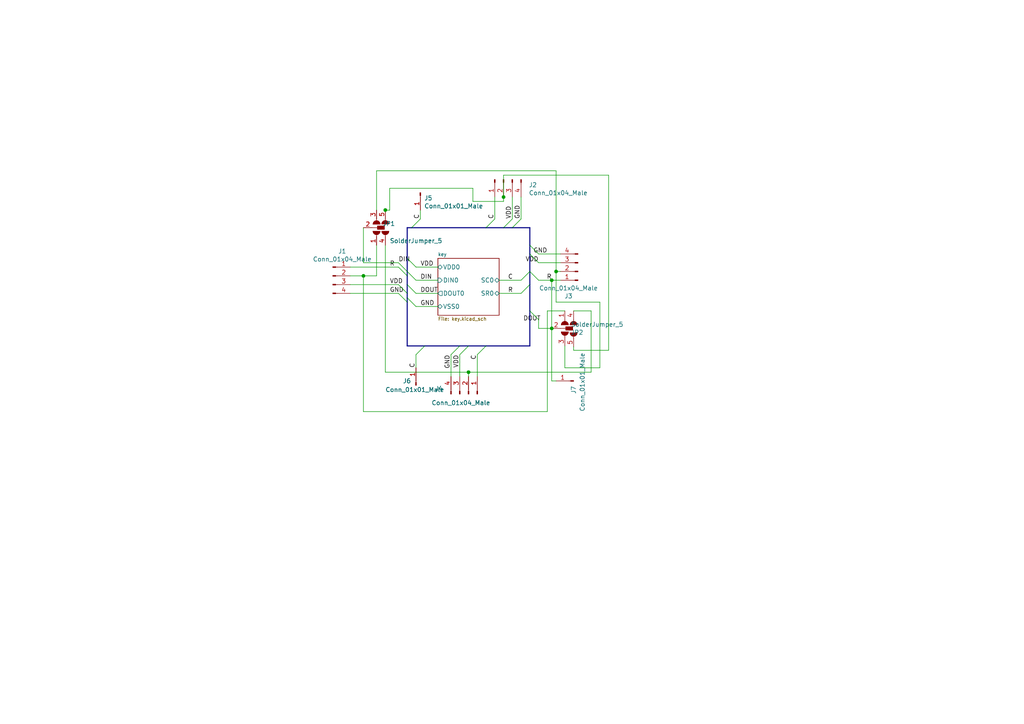
<source format=kicad_sch>
(kicad_sch (version 20211123) (generator eeschema)
  (paper "A4")
  (title_block (date "15 sep 2015"))
  (lib_symbols
    (symbol "Connector:Conn_01x01_Male" (pin_names (offset 1.016) hide)
      (property "Reference" "J" (at 0 2.54 0))
      (property "Value" "Conn_01x01_Male" (at 0 -2.54 0))
      (symbol "Conn_01x01_Male_1_1"
        (polyline (pts (xy 1.27 0) (xy 0.8636 0)) (stroke (width 0.1524)))
        (rectangle (start 0.8636 0.127) (end 0 -0.127) (stroke (width 0.1524)) (fill (type outline)))
        (pin passive line (at 5.08 0 180) (length 3.81) (name "Pin_1") (number "1"))
      )
    )
    (symbol "Connector:Conn_01x04_Male" (pin_names (offset 1.016) hide)
      (property "Reference" "J" (at 0 5.08 0))
      (property "Value" "Conn_01x04_Male" (at 0 -7.62 0))
      (symbol "Conn_01x04_Male_1_1"
        (polyline (pts (xy 1.27 -5.08) (xy 0.8636 -5.08)) (stroke (width 0.1524)))
        (polyline (pts (xy 1.27 -2.54) (xy 0.8636 -2.54)) (stroke (width 0.1524)))
        (polyline (pts (xy 1.27 0) (xy 0.8636 0)) (stroke (width 0.1524)))
        (polyline (pts (xy 1.27 2.54) (xy 0.8636 2.54)) (stroke (width 0.1524)))
        (rectangle (start 0.8636 -4.953) (end 0 -5.207) (stroke (width 0.1524)) (fill (type outline)))
        (rectangle (start 0.8636 -2.413) (end 0 -2.667) (stroke (width 0.1524)) (fill (type outline)))
        (rectangle (start 0.8636 0.127) (end 0 -0.127) (stroke (width 0.1524)) (fill (type outline)))
        (rectangle (start 0.8636 2.667) (end 0 2.413) (stroke (width 0.1524)) (fill (type outline)))
        (pin passive line (at 5.08 2.54 180) (length 3.81) (name "Pin_1") (number "1"))
        (pin passive line (at 5.08 0 180) (length 3.81) (name "Pin_2") (number "2"))
        (pin passive line (at 5.08 -2.54 180) (length 3.81) (name "Pin_3") (number "3"))
        (pin passive line (at 5.08 -5.08 180) (length 3.81) (name "Pin_4") (number "4"))
      )
    )
    (symbol "Jumper_SolderJumper_5_1" (pin_names (offset 0) hide)
      (property "Reference" "JP" (at -2.54 -2.54 0))
      (property "Value" "Jumper_SolderJumper_5_1" (at 0 8.89 0))
      (symbol "Jumper_SolderJumper_5_1_0_1"
        (arc (start -1.016 1.016) (mid -2.032 0) (end -1.016 -1.016))
        (arc (start -1.016 1.016) (mid -2.032 0) (end -1.016 -1.016) (fill (type outline)))
        (arc (start -1.016 3.556) (mid -2.032 2.54) (end -1.016 1.524))
        (arc (start -1.016 3.556) (mid -2.032 2.54) (end -1.016 1.524) (fill (type outline)))
        (rectangle (start -0.508 2.286) (end 0.508 0.254) (fill (type outline)))
        (polyline (pts (xy -2.54 0) (xy -2.032 0)))
        (polyline (pts (xy -2.54 2.54) (xy -2.032 2.54)))
        (polyline (pts (xy -1.016 1.016) (xy -1.016 -1.016)))
        (polyline (pts (xy -1.016 3.556) (xy -1.016 1.524)))
        (polyline (pts (xy 0 1.27) (xy 0 -1.27)))
        (polyline (pts (xy 1.016 1.016) (xy 1.016 -1.016)))
        (polyline (pts (xy 1.27 3.556) (xy 1.27 1.524)))
        (polyline (pts (xy 2.54 0) (xy 2.032 0)))
        (polyline (pts (xy 2.794 2.54) (xy 2.286 2.54)))
        (arc (start 1.016 -1.016) (mid 2.032 0) (end 1.016 1.016))
        (arc (start 1.016 -1.016) (mid 2.032 0) (end 1.016 1.016) (fill (type outline)))
        (arc (start 1.27 1.524) (mid 2.286 2.54) (end 1.27 3.556))
        (arc (start 1.27 1.524) (mid 2.286 2.54) (end 1.27 3.556) (fill (type outline)))
      )
      (symbol "Jumper_SolderJumper_5_1_1_1"
        (pin passive line (at -5.08 0 0) (length 2.54) (name "A") (number "1"))
        (pin input line (at 0 -3.81 90) (length 2.54) (name "C") (number "2"))
        (pin passive line (at 5.08 0 180) (length 2.54) (name "B") (number "3"))
        (pin passive line (at -5.08 2.54 0) (length 2.54) (name "D") (number "4"))
        (pin passive line (at 5.334 2.54 180) (length 2.54) (name "E") (number "5"))
      )
    )
    (symbol "amoeba-king:Jumper_SolderJumper_5" (pin_names (offset 0) hide)
      (property "Reference" "JP" (at -2.54 -2.54 0))
      (property "Value" "Jumper_SolderJumper_5" (at 0 8.89 0))
      (symbol "Jumper_SolderJumper_5_0_1"
        (arc (start -1.016 1.016) (mid -2.032 0) (end -1.016 -1.016))
        (arc (start -1.016 1.016) (mid -2.032 0) (end -1.016 -1.016) (fill (type outline)))
        (arc (start -1.016 3.556) (mid -2.032 2.54) (end -1.016 1.524))
        (arc (start -1.016 3.556) (mid -2.032 2.54) (end -1.016 1.524) (fill (type outline)))
        (rectangle (start -0.508 2.286) (end 0.508 0.254) (fill (type outline)))
        (polyline (pts (xy -2.54 0) (xy -2.032 0)))
        (polyline (pts (xy -2.54 2.54) (xy -2.032 2.54)))
        (polyline (pts (xy -1.016 1.016) (xy -1.016 -1.016)))
        (polyline (pts (xy -1.016 3.556) (xy -1.016 1.524)))
        (polyline (pts (xy 0 1.27) (xy 0 -1.27)))
        (polyline (pts (xy 1.016 1.016) (xy 1.016 -1.016)))
        (polyline (pts (xy 1.0555 3.5537) (xy 1.0555 1.5217)))
        (polyline (pts (xy 2.54 0) (xy 2.032 0)))
        (polyline (pts (xy 2.5795 2.5377) (xy 2.0715 2.5377)))
        (arc (start 1.016 -1.016) (mid 2.032 0) (end 1.016 1.016))
        (arc (start 1.016 -1.016) (mid 2.032 0) (end 1.016 1.016) (fill (type outline)))
        (arc (start 1.0555 1.5217) (mid 2.0715 2.5377) (end 1.0555 3.5537))
        (arc (start 1.0555 1.5217) (mid 2.0715 2.5377) (end 1.0555 3.5537) (fill (type outline)))
      )
      (symbol "Jumper_SolderJumper_5_1_1"
        (pin passive line (at -5.08 0 0) (length 2.54) (name "A") (number "1"))
        (pin input line (at 0 -3.81 90) (length 2.54) (name "C") (number "2"))
        (pin passive line (at 5.08 0 180) (length 2.54) (name "B") (number "3"))
        (pin passive line (at -5.08 2.54 0) (length 2.54) (name "D") (number "4"))
        (pin passive line (at 5.1195 2.5377 180) (length 2.54) (name "E") (number "5"))
      )
    )
  )
  (junction (at 146.05 57.15))
  (junction (at 135.89 107.95))
  (junction (at 160.02 81.28))
  (junction (at 111.7577 60.9205))
  (junction (at 160.02 95.25))
  (junction (at 161.29 78.74))
  (junction (at 105.41 80.01))
  (bus_entry (at 156.21 73.66) (size -2.54 -2.54))
  (bus_entry (at 156.21 92.71) (size -2.54 -2.54))
  (bus_entry (at 118.11 82.55) (size 2.54 2.54))
  (bus_entry (at 151.13 85.09) (size 2.54 -2.54))
  (bus_entry (at 119.38 66.04) (size 2.54 -2.54))
  (bus_entry (at 151.13 81.28) (size 2.54 -2.54))
  (bus_entry (at 118.11 78.74) (size 2.54 2.54))
  (bus_entry (at 120.65 102.87) (size 2.54 -2.54))
  (bus_entry (at 118.11 74.93) (size 2.54 2.54))
  (bus_entry (at 156.21 81.28) (size -2.54 -2.54))
  (bus_entry (at 140.97 100.33) (size -2.54 2.54))
  (bus_entry (at 115.57 76.2) (size 2.54 2.54))
  (bus_entry (at 156.21 76.2) (size -2.54 -2.54))
  (bus_entry (at 115.57 85.09) (size 2.54 2.54))
  (bus_entry (at 140.97 66.04) (size 2.54 -2.54))
  (bus_entry (at 133.35 100.33) (size -2.54 2.54))
  (bus_entry (at 115.57 82.55) (size 2.54 2.54))
  (bus_entry (at 115.57 77.47) (size 2.54 2.54))
  (bus_entry (at 135.89 100.33) (size -2.54 2.54))
  (bus_entry (at 118.11 86.36) (size 2.54 2.54))
  (bus_entry (at 148.59 66.04) (size 2.54 -2.54))
  (bus_entry (at 146.05 66.04) (size 2.54 -2.54))
  (wire (pts (xy 115.57 77.47) (xy 101.6 77.47)))
  (wire (pts (xy 176.53 50.8) (xy 176.53 101.6)))
  (wire (pts (xy 158.75 90.17) (xy 158.75 119.38)))
  (wire (pts (xy 146.05 50.8) (xy 176.53 50.8)))
  (wire (pts (xy 105.41 76.2) (xy 105.41 66.04)))
  (bus (pts (xy 140.97 100.33) (xy 153.67 100.33)))
  (wire (pts (xy 161.29 87.63) (xy 173.99 87.63)))
  (wire (pts (xy 120.65 81.28) (xy 127 81.28)))
  (bus (pts (xy 118.11 100.33) (xy 123.19 100.33)))
  (wire (pts (xy 158.75 119.38) (xy 105.41 119.38)))
  (wire (pts (xy 146.05 50.8) (xy 146.05 57.15)))
  (wire (pts (xy 156.21 81.28) (xy 160.02 81.28)))
  (wire (pts (xy 163.83 106.68) (xy 163.83 100.33)))
  (wire (pts (xy 120.65 77.47) (xy 127 77.47)))
  (bus (pts (xy 118.11 86.36) (xy 118.11 87.63)))
  (wire (pts (xy 151.13 85.09) (xy 144.78 85.09)))
  (wire (pts (xy 173.99 106.68) (xy 163.83 106.68)))
  (wire (pts (xy 109.22 49.53) (xy 109.22 60.96)))
  (wire (pts (xy 135.89 107.95) (xy 171.45 107.95)))
  (bus (pts (xy 153.67 82.55) (xy 153.67 90.17)))
  (wire (pts (xy 127 85.09) (xy 120.65 85.09)))
  (bus (pts (xy 148.59 66.04) (xy 153.67 66.04)))
  (bus (pts (xy 119.38 66.04) (xy 140.97 66.04)))
  (wire (pts (xy 162.56 73.66) (xy 156.21 73.66)))
  (wire (pts (xy 166.37 101.6) (xy 166.37 100.584)))
  (wire (pts (xy 151.13 57.15) (xy 151.13 63.5)))
  (bus (pts (xy 118.11 78.74) (xy 118.11 80.01)))
  (bus (pts (xy 153.67 71.12) (xy 153.67 73.66)))
  (wire (pts (xy 135.89 107.95) (xy 111.76 107.95)))
  (wire (pts (xy 113.03 60.96) (xy 111.7577 60.96)))
  (wire (pts (xy 160.02 81.28) (xy 162.56 81.28)))
  (wire (pts (xy 176.53 101.6) (xy 166.37 101.6)))
  (wire (pts (xy 109.22 80.01) (xy 109.22 71.12)))
  (wire (pts (xy 161.29 78.74) (xy 161.29 87.63)))
  (wire (pts (xy 111.76 107.95) (xy 111.76 71.12)))
  (bus (pts (xy 118.11 74.93) (xy 118.11 78.74)))
  (bus (pts (xy 135.89 100.33) (xy 140.97 100.33)))
  (wire (pts (xy 166.37 90.17) (xy 171.45 90.17)))
  (wire (pts (xy 171.45 107.95) (xy 171.45 90.17)))
  (wire (pts (xy 113.03 60.96) (xy 113.03 54.61)))
  (wire (pts (xy 105.41 80.01) (xy 105.41 119.38)))
  (wire (pts (xy 113.03 54.61) (xy 137.16 54.61)))
  (bus (pts (xy 118.11 80.01) (xy 118.11 82.55)))
  (bus (pts (xy 153.67 73.66) (xy 153.67 78.74)))
  (bus (pts (xy 133.35 100.33) (xy 135.89 100.33)))
  (bus (pts (xy 118.11 66.04) (xy 118.11 74.93)))
  (wire (pts (xy 173.99 87.63) (xy 173.99 106.68)))
  (wire (pts (xy 138.43 109.22) (xy 138.43 102.87)))
  (bus (pts (xy 118.11 85.09) (xy 118.11 86.36)))
  (bus (pts (xy 118.11 87.63) (xy 118.11 100.33)))
  (wire (pts (xy 101.6 85.09) (xy 115.57 85.09)))
  (bus (pts (xy 140.97 66.04) (xy 146.05 66.04)))
  (wire (pts (xy 101.6 80.01) (xy 105.41 80.01)))
  (bus (pts (xy 146.05 66.04) (xy 148.59 66.04)))
  (wire (pts (xy 115.57 76.2) (xy 105.41 76.2)))
  (wire (pts (xy 146.05 58.42) (xy 137.16 58.42)))
  (bus (pts (xy 153.67 90.17) (xy 153.67 100.33)))
  (wire (pts (xy 161.29 78.74) (xy 161.29 49.53)))
  (wire (pts (xy 115.57 82.55) (xy 101.6 82.55)))
  (wire (pts (xy 127 88.9) (xy 120.65 88.9)))
  (bus (pts (xy 123.19 100.33) (xy 133.35 100.33)))
  (bus (pts (xy 118.11 82.55) (xy 118.11 85.09)))
  (wire (pts (xy 105.41 80.01) (xy 109.22 80.01)))
  (wire (pts (xy 163.83 90.17) (xy 158.75 90.17)))
  (wire (pts (xy 162.56 78.74) (xy 161.29 78.74)))
  (wire (pts (xy 133.35 109.22) (xy 133.35 102.87)))
  (wire (pts (xy 143.51 63.5) (xy 143.51 57.15)))
  (wire (pts (xy 137.16 58.42) (xy 137.16 54.61)))
  (wire (pts (xy 161.29 49.53) (xy 109.22 49.53)))
  (wire (pts (xy 130.81 109.22) (xy 130.81 102.87)))
  (wire (pts (xy 135.89 109.22) (xy 135.89 107.95)))
  (bus (pts (xy 153.67 78.74) (xy 153.67 82.55)))
  (wire (pts (xy 146.05 57.15) (xy 146.05 58.42)))
  (wire (pts (xy 148.59 63.5) (xy 148.59 57.15)))
  (wire (pts (xy 160.02 81.28) (xy 160.02 95.25)))
  (wire (pts (xy 160.02 95.25) (xy 156.21 95.25)))
  (wire (pts (xy 160.02 95.25) (xy 160.02 110.49)))
  (wire (pts (xy 151.13 81.28) (xy 144.78 81.28)))
  (wire (pts (xy 111.7577 60.96) (xy 111.7577 60.9205)))
  (wire (pts (xy 121.92 63.5) (xy 121.92 60.96)))
  (bus (pts (xy 118.11 66.04) (xy 119.38 66.04)))
  (wire (pts (xy 156.21 95.25) (xy 156.21 92.71)))
  (wire (pts (xy 120.65 106.68) (xy 120.65 102.87)))
  (wire (pts (xy 156.21 76.2) (xy 162.56 76.2)))
  (bus (pts (xy 153.67 66.04) (xy 153.67 71.12)))
  (wire (pts (xy 160.02 110.49) (xy 161.29 110.49)))
  (label "DOUT" (at 121.92 85.09 0))
  (label "VDD" (at 113.03 82.55 0))
  (label "DOUT" (at 156.845 93.345 180))
  (label "R" (at 113.03 77.47 0))
  (label "C" (at 147.32 81.28 0))
  (label "R" (at 147.32 85.09 0))
  (label "C" (at 120.65 106.68 90))
  (label "GND" (at 158.75 73.66 180))
  (label "R" (at 160.02 81.28 180))
  (label "DIN" (at 121.92 81.28 0))
  (label "GND" (at 130.81 102.87 270))
  (label "VDD" (at 156.21 76.2 180))
  (label "GND" (at 113.03 85.09 0))
  (label "VDD" (at 133.35 102.87 270))
  (label "C" (at 138.43 102.87 270))
  (label "DIN" (at 115.57 76.2 0))
  (label "GND" (at 151.13 63.5 90))
  (label "C" (at 121.92 63.5 90))
  (label "VDD" (at 121.92 77.47 0))
  (label "GND" (at 121.92 88.9 0))
  (label "VDD" (at 148.59 63.5 90))
  (label "C" (at 143.51 63.5 90))
  (symbol (lib_id "Connector:Conn_01x01_Male") (at 121.92 55.88 270) (unit 1)
    (property "Reference" "J5" (at 123.0376 57.4548 90) (effects (justify left)))
    (property "Value" "Conn_01x01_Male" (at 123.0376 59.7662 90) (effects (justify left)))
    (property "Footprint" "amoeba-modules:Header_1x01_P1.27mm" (effects hide))
  )
  (symbol (lib_id "Connector:Conn_01x01_Male") (at 120.65 111.76 90) (unit 1)
    (property "Reference" "J6" (at 116.84 110.49 90) (effects (justify right)))
    (property "Value" "Conn_01x01_Male" (at 111.76 113.03 90) (effects (justify right)))
    (property "Footprint" "amoeba-modules:Header_1x01_P1.27mm" (effects hide))
  )
  (symbol (lib_id "amoeba-king:Jumper_SolderJumper_5") (at 109.22 66.04 270) (mirror x) (unit 1)
    (property "Reference" "JP1" (at 110.9472 64.8716 90) (effects (justify left)))
    (property "Value" "SolderJumper_5" (at 113.03 69.85 90) (effects (justify left)))
    (property "Footprint" "amoeba-modules:SolderJumper-5_P1.3mm_Open_RoundedPad1.0x1.5mm" (effects hide))
  )
  (symbol (lib_id "Connector:Conn_01x04_Male") (at 96.52 80.01 0) (unit 1)
    (property "Reference" "J1" (at 99.2632 72.8726 0))
    (property "Value" "Conn_01x04_Male" (at 99.2632 75.184 0))
    (property "Footprint" "amoeba-modules:Header_1x04_P1.27mmL" (effects hide))
  )
  (symbol (lib_id "Connector:Conn_01x04_Male") (at 146.05 52.07 90) (mirror x) (unit 1)
    (property "Reference" "J2" (at 153.3652 53.6448 90) (effects (justify right)))
    (property "Value" "Conn_01x04_Male" (at 153.3652 55.9562 90) (effects (justify right)))
    (property "Footprint" "amoeba-modules:Header_1x04_P1.27mm" (effects hide))
  )
  (symbol (lib_name "Jumper_SolderJumper_5_1") (lib_id "amoeba-king:Jumper_SolderJumper_5") (at 163.83 95.25 270) (unit 1)
    (property "Reference" "JP2" (at 165.5572 96.4184 90) (effects (justify left)))
    (property "Value" "SolderJumper_5" (at 165.5572 94.107 90) (effects (justify left)))
    (property "Footprint" "amoeba-modules:SolderJumper-5_P1.3mm_Open_RoundedPad1.0x1.5mm" (effects hide))
  )
  (symbol (lib_id "Connector:Conn_01x04_Male") (at 167.64 78.74 180) (unit 1)
    (property "Reference" "J3" (at 164.8968 85.8774 0))
    (property "Value" "Conn_01x04_Male" (at 164.8968 83.566 0))
    (property "Footprint" "amoeba-modules:Header_1x04_P1.27mm" (effects hide))
  )
  (symbol (lib_id "Connector:Conn_01x04_Male") (at 135.89 114.3 270) (mirror x) (unit 1)
    (property "Reference" "J4" (at 128.5748 112.7252 90) (effects (justify right)))
    (property "Value" "Conn_01x04_Male" (at 142.24 116.84 90) (effects (justify right)))
    (property "Footprint" "amoeba-modules:Header_1x04_P1.27mmL" (effects hide))
  )
  (symbol (lib_id "Connector:Conn_01x01_Male") (at 166.37 110.49 180) (unit 1)
    (property "Reference" "J7" (at 166.37 114.3 90) (effects (justify right)))
    (property "Value" "Conn_01x01_Male" (at 168.91 119.38 90) (effects (justify right)))
    (property "Footprint" "amoeba-modules:Header_1x01_P1.27mm" (effects hide))
  )
  (sheet (at 127 74.93) (size 17.78 16.51)
    (property "Sheet name" "key" (at 127 74.3581 0) (effects (font (size 0.9906 0.9906)) (justify left bottom)))
    (property "Sheet file" "key.kicad_sch" (at 127 91.9128 0) (effects (font (size 0.9906 0.9906)) (justify left top)))
    (pin "VDD0" bidirectional (at 127 77.47 180))
    (pin "DIN0" input (at 127 81.28 180))
    (pin "DOUT0" output (at 127 85.09 180))
    (pin "VSS0" bidirectional (at 127 88.9 180))
    (pin "SC0" bidirectional (at 144.78 81.28 0))
    (pin "SR0" bidirectional (at 144.78 85.09 0))
  )
)
</source>
